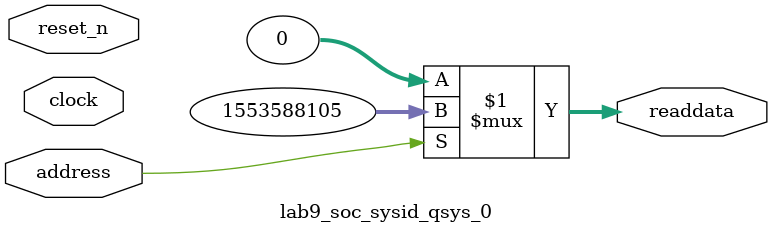
<source format=v>



// synthesis translate_off
`timescale 1ns / 1ps
// synthesis translate_on

// turn off superfluous verilog processor warnings 
// altera message_level Level1 
// altera message_off 10034 10035 10036 10037 10230 10240 10030 

module lab9_soc_sysid_qsys_0 (
               // inputs:
                address,
                clock,
                reset_n,

               // outputs:
                readdata
             )
;

  output  [ 31: 0] readdata;
  input            address;
  input            clock;
  input            reset_n;

  wire    [ 31: 0] readdata;
  //control_slave, which is an e_avalon_slave
  assign readdata = address ? 1553588105 : 0;

endmodule



</source>
